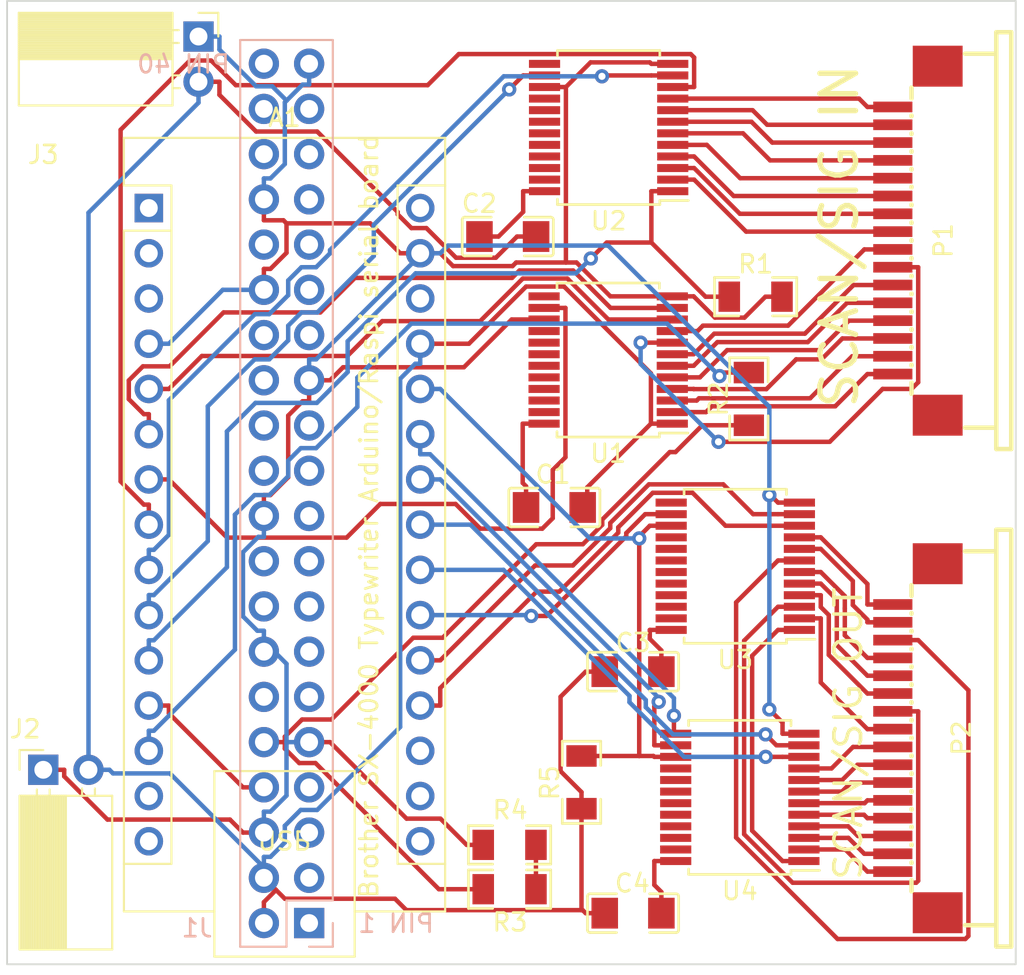
<source format=kicad_pcb>
(kicad_pcb (version 20211014) (generator pcbnew)
  (layers (0 "F.Cu" signal) (31 "B.Cu" signal) (34 "B.Paste" user) (35 "F.Paste" user) (36 "B.SilkS" user "B.Silkscreen") (37 "F.SilkS" user "F.Silkscreen") (38 "B.Mask" user) (39 "F.Mask" user) (44 "Edge.Cuts" user))
  (net 0 "")
  (net 4 "GND")
  (net 5 "Net-(A1-Pad5)")
  (net 6 "Net-(A1-Pad6)")
  (net 7 "Net-(A1-Pad7)")
  (net 8 "Net-(A1-Pad8)")
  (net 9 "Net-(A1-Pad9)")
  (net 10 "Net-(A1-Pad10)")
  (net 11 "KeySignal")
  (net 12 "Net-(A1-Pad12)")
  (net 13 "Net-(A1-Pad13)")
  (net 19 "Net-(A1-Pad19)")
  (net 20 "Net-(A1-Pad20)")
  (net 21 "Net-(A1-Pad21)")
  (net 22 "Net-(A1-Pad22)")
  (net 23 "Net-(A1-Pad23)")
  (net 24 "Net-(A1-Pad24)")
  (net 25 "Net-(A1-Pad25)")
  (net 26 "WriterEnable")
  (net 27 "+5V")
  (net 30 "Net-(C1-Pad1)")
  (net 31 "Net-(C2-Pad1)")
  (net 32 "Net-(C3-Pad2)")
  (net 33 "Net-(C4-Pad2)")
  (net 43 "Net-(J1-Pad10)")
  (net 44 "Net-(U2-Pad9)")
  (net 45 "Net-(U2-Pad8)")
  (net 46 "Net-(U2-Pad7)")
  (net 47 "Net-(U2-Pad6)")
  (net 48 "Net-(U2-Pad5)")
  (net 49 "Net-(U2-Pad4)")
  (net 50 "Net-(U2-Pad3)")
  (net 51 "Net-(U2-Pad2)")
  (net 52 "Net-(U1-Pad9)")
  (net 53 "Net-(U1-Pad8)")
  (net 54 "Net-(U1-Pad7)")
  (net 55 "Net-(U1-Pad6)")
  (net 56 "Net-(U1-Pad5)")
  (net 57 "Net-(U1-Pad4)")
  (net 58 "Net-(U1-Pad3)")
  (net 59 "Net-(U1-Pad2)")
  (net 60 "Net-(P2-Pad1)")
  (net 61 "Net-(P2-Pad2)")
  (net 62 "Net-(P2-Pad3)")
  (net 63 "Net-(P2-Pad4)")
  (net 64 "Net-(P2-Pad5)")
  (net 65 "Net-(P2-Pad6)")
  (net 66 "Net-(P2-Pad7)")
  (net 67 "Net-(P2-Pad8)")
  (net 68 "Net-(P2-Pad9)")
  (net 69 "Net-(P2-Pad10)")
  (net 70 "Net-(P2-Pad11)")
  (net 71 "Net-(P2-Pad12)")
  (net 72 "Net-(P2-Pad13)")
  (net 73 "Net-(P2-Pad14)")
  (net 74 "Net-(P2-Pad15)")
  (net 75 "Net-(P2-Pad16)")
  (net 79 "Net-(R3-Pad2)")
  (net 98 "Net-(U3-Pad1)")
  (footprint "easyeda2kicad:R1206" (layer "F.Cu") (at 120.9294 104.4956)
    (fp_text reference "R3")
    (fp_text value "330")
  )
  (footprint "Package_SO:SSOP-24_5.3x8.2mm_P0.65mm" (layer "F.Cu") (at 133.604 86.36 180)
    (fp_text reference "U3")
    (fp_text value "CD74HC4067SM")
  )
  (footprint "easyeda2kicad:C1206" (layer "F.Cu") (at 127.8636 92.2782)
    (fp_text reference "C3")
    (fp_text value "CL31A107MQHNNNE")
  )
  (footprint "easyeda2kicad:FPC-SMD_AFA07-S16ECC-00" (layer "F.Cu") (at 143.7105 68.077 90)
    (fp_text reference "P1")
    (fp_text value "FPCConnector16PIN1MMPickup")
  )
  (footprint "easyeda2kicad:FPC-SMD_AFA07-S16ECC-00" (layer "F.Cu") (at 143.7105 96.017 90)
    (fp_text reference "P2")
    (fp_text value "FPCConnector16PIN1MMPickup")
  )
  (footprint "Package_SO:SSOP-24_5.3x8.2mm_P0.65mm" (layer "F.Cu") (at 126.492 61.722 180)
    (fp_text reference "U2")
    (fp_text value "CD74HC4067SM")
  )
  (footprint "easyeda2kicad:C1206" (layer "F.Cu") (at 120.8278 67.8434)
    (fp_text reference "C2")
    (fp_text value "100uF")
  )
  (footprint "easyeda2kicad:C1206" (layer "F.Cu") (at 127.8636 105.8418)
    (fp_text reference "C4")
    (fp_text value "CL31A107MQHNNNE")
  )
  (footprint "Module:Arduino_Nano" (layer "F.Cu") (at 100.6702 66.2432)
    (fp_text reference "A1")
    (fp_text value "Arduino_Nano_Every")
  )
  (footprint "Package_SO:SSOP-24_5.3x8.2mm_P0.65mm" (layer "F.Cu") (at 133.858 99.3394 180)
    (fp_text reference "U4")
    (fp_text value "CD74HC4067SM")
  )
  (footprint "Package_SO:SSOP-24_5.3x8.2mm_P0.65mm" (layer "F.Cu") (at 126.4666 74.7776 180)
    (fp_text reference "U1")
    (fp_text value "CD74HC4067SM")
  )
  (footprint "easyeda2kicad:R1206" (layer "F.Cu") (at 124.968 98.4944 90)
    (fp_text reference "R5")
    (fp_text value "300")
  )
  (footprint "easyeda2kicad:R1206" (layer "F.Cu") (at 134.747 71.2216)
    (fp_text reference "R1")
    (fp_text value "300")
  )
  (footprint "easyeda2kicad:R1206" (layer "F.Cu") (at 120.9294 102.0064 180)
    (fp_text reference "R4")
    (fp_text value "330")
  )
  (footprint "Connector_PinSocket_2.54mm:PinSocket_1x02_P2.54mm_Horizontal" (layer "F.Cu") (at 94.742 97.79 90)
    (fp_text reference "J2")
    (fp_text value "Conn_01x02_Male")
  )
  (footprint "easyeda2kicad:C1206" (layer "F.Cu") (at 123.444 83.058)
    (fp_text reference "C1")
    (fp_text value "100uF")
  )
  (footprint "easyeda2kicad:R1206" (layer "F.Cu") (at 134.366 76.962 90)
    (fp_text reference "R2")
    (fp_text value "330")
  )
  (footprint "Connector_PinSocket_2.54mm:PinSocket_1x02_P2.54mm_Horizontal" (layer "F.Cu") (at 103.46 56.612)
    (fp_text reference "J3")
    (fp_text value "Conn_01x02_Male")
  )
  (footprint "Connector_PinSocket_2.54mm:PinSocket_2x20_P2.54mm_Vertical" (layer "B.Cu") (at 109.6718 106.396)
    (fp_text reference "J1")
    (fp_text value "raspi")
  )
  (gr_rect (start 92.71 108.712) (end 149.352 54.61) (layer "Edge.Cuts") (width 0.1) (fill none))
  (gr_text "PIN 1" (at 114.554 106.426) (layer "B.SilkS") (effects (font (size 1 1)) (justify mirror)))
  (gr_text "PIN 40" (at 102.616 58.166) (layer "B.SilkS") (effects (font (size 1 1)) (justify mirror)))
  (gr_text "Brother SX-4000 Typewriter Arduino/Raspi serial board" (at 113.03 83.566 90) (layer "F.SilkS") (effects (font (size 1 1))))
  (gr_text "SCAN/SIG IN\n" (at 139.446 67.818 90) (layer "F.SilkS") (effects (font (size 2 2) (thickness 0.3))))
  (gr_text "SCAN/SIG OUT" (at 139.954 95.758 90) (layer "F.SilkS") (effects (font (size 1.5 1.5) (thickness 0.2))))
  (segment (start 118.3631 75.1848) (end 121.0453 72.5026) (width 0.25) (layer "F.Cu") (net 4))
  (segment (start 98.3448 100.5848) (end 95.9173 98.1573) (width 0.25) (layer "F.Cu") (net 4))
  (segment (start 115.9102 68.7832) (end 114.7849 68.7832) (width 0.25) (layer "F.Cu") (net 4))
  (segment (start 132.4612 72.3969) (end 134.1214 72.3969) (width 0.25) (layer "F.Cu") (net 4))
  (segment (start 107.1318 101.316) (end 105.9565 101.316) (width 0.25) (layer "F.Cu") (net 4))
  (segment (start 107.1318 83.536) (end 107.1318 82.3607) (width 0.25) (layer "F.Cu") (net 4))
  (segment (start 136.227 71.2216) (end 135.2967 71.2216) (width 0.25) (layer "F.Cu") (net 4))
  (segment (start 115.1443 100.5332) (end 110.8471 96.236) (width 0.25) (layer "F.Cu") (net 4))
  (segment (start 94.742 97.79) (end 95.9173 97.79) (width 0.25) (layer "F.Cu") (net 4))
  (segment (start 107.4992 82.3607) (end 108.4965 81.3634) (width 0.25) (layer "F.Cu") (net 4))
  (segment (start 110.8471 75.916) (end 111.5783 75.1848) (width 0.25) (layer "F.Cu") (net 4))
  (segment (start 128.8079 58.0632) (end 128.8917 58.147) (width 0.25) (layer "F.Cu") (net 4))
  (segment (start 119.4494 102.0064) (end 118.5191 102.0064) (width 0.25) (layer "F.Cu") (net 4))
  (segment (start 137.458 95.7644) (end 136.2577 95.7644) (width 0.25) (layer "F.Cu") (net 4))
  (segment (start 136.0037 82.785) (end 135.5855 82.3668) (width 0.25) (layer "F.Cu") (net 4))
  (segment (start 131.2669 71.2026) (end 132.4612 72.3969) (width 0.25) (layer "F.Cu") (net 4))
  (segment (start 107.1318 70.836) (end 107.1318 69.6607) (width 0.25) (layer "F.Cu") (net 4))
  (segment (start 122.892 59.447) (end 124.0923 59.447) (width 0.25) (layer "F.Cu") (net 4))
  (segment (start 108.2305 66.9313) (end 108.4018 67.1026) (width 0.25) (layer "F.Cu") (net 4))
  (segment (start 109.6718 75.916) (end 110.8471 75.916) (width 0.25) (layer "F.Cu") (net 4))
  (segment (start 124.0923 69.3013) (end 124.0923 59.447) (width 0.25) (layer "F.Cu") (net 4))
  (segment (start 121.2971 69.3013) (end 121.0957 69.5027) (width 0.25) (layer "F.Cu") (net 4))
  (segment (start 109.6718 96.236) (end 110.8471 96.236) (width 0.25) (layer "F.Cu") (net 4))
  (segment (start 108.4018 67.1026) (end 113.1043 67.1026) (width 0.25) (layer "F.Cu") (net 4))
  (segment (start 121.0453 72.5026) (end 122.8666 72.5026) (width 0.25) (layer "F.Cu") (net 4))
  (segment (start 136.2577 95.7644) (end 136.2577 95.1408) (width 0.25) (layer "F.Cu") (net 4))
  (segment (start 117.0459 100.5332) (end 115.1443 100.5332) (width 0.25) (layer "F.Cu") (net 4))
  (segment (start 124.0923 59.447) (end 125.4761 58.0632) (width 0.25) (layer "F.Cu") (net 4))
  (segment (start 135.5855 82.3668) (end 135.5179 82.3668) (width 0.25) (layer "F.Cu") (net 4))
  (segment (start 118.5191 102.0064) (end 117.0459 100.5332) (width 0.25) (layer "F.Cu") (net 4))
  (segment (start 125.4761 58.0632) (end 128.8079 58.0632) (width 0.25) (layer "F.Cu") (net 4))
  (segment (start 134.1214 72.3969) (end 135.2967 71.2216) (width 0.25) (layer "F.Cu") (net 4))
  (segment (start 107.1318 66.9313) (end 108.2305 66.9313) (width 0.25) (layer "F.Cu") (net 4))
  (segment (start 105.9565 101.316) (end 105.2253 100.5848) (width 0.25) (layer "F.Cu") (net 4))
  (segment (start 111.5783 75.1848) (end 118.3631 75.1848) (width 0.25) (layer "F.Cu") (net 4))
  (segment (start 109.3044 77.0913) (end 109.6718 77.0913) (width 0.25) (layer "F.Cu") (net 4))
  (segment (start 121.0957 69.5027) (end 117.755 69.5027) (width 0.25) (layer "F.Cu") (net 4))
  (segment (start 136.2577 95.1408) (end 135.5179 94.401) (width 0.25) (layer "F.Cu") (net 4))
  (segment (start 107.4991 69.6607) (end 107.1318 69.6607) (width 0.25) (layer "F.Cu") (net 4))
  (segment (start 107.1318 65.756) (end 107.1318 66.9313) (width 0.25) (layer "F.Cu") (net 4))
  (segment (start 113.1043 67.1026) (end 114.7849 68.7832) (width 0.25) (layer "F.Cu") (net 4))
  (segment (start 130.0666 71.2026) (end 131.2669 71.2026) (width 0.25) (layer "F.Cu") (net 4))
  (segment (start 108.4965 81.3634) (end 108.4965 77.8992) (width 0.25) (layer "F.Cu") (net 4))
  (segment (start 137.204 82.785) (end 136.0037 82.785) (width 0.25) (layer "F.Cu") (net 4))
  (segment (start 95.9173 98.1573) (end 95.9173 97.79) (width 0.25) (layer "F.Cu") (net 4))
  (segment (start 126.5903 71.2026) (end 124.689 69.3013) (width 0.25) (layer "F.Cu") (net 4))
  (segment (start 105.2253 100.5848) (end 98.3448 100.5848) (width 0.25) (layer "F.Cu") (net 4))
  (segment (start 130.092 58.147) (end 128.8917 58.147) (width 0.25) (layer "F.Cu") (net 4))
  (segment (start 124.689 69.3013) (end 124.0923 69.3013) (width 0.25) (layer "F.Cu") (net 4))
  (segment (start 115.9102 68.7832) (end 117.0355 68.7832) (width 0.25) (layer "F.Cu") (net 4))
  (segment (start 130.0666 71.2026) (end 126.5903 71.2026) (width 0.25) (layer "F.Cu") (net 4))
  (segment (start 117.755 69.5027) (end 117.0355 68.7832) (width 0.25) (layer "F.Cu") (net 4))
  (segment (start 108.4018 68.758) (end 107.4991 69.6607) (width 0.25) (layer "F.Cu") (net 4))
  (segment (start 124.0923 69.3013) (end 121.2971 69.3013) (width 0.25) (layer "F.Cu") (net 4))
  (segment (start 107.1318 82.3607) (end 107.4992 82.3607) (width 0.25) (layer "F.Cu") (net 4))
  (segment (start 108.4018 67.1026) (end 108.4018 68.758) (width 0.25) (layer "F.Cu") (net 4))
  (segment (start 108.4965 77.8992) (end 109.3044 77.0913) (width 0.25) (layer "F.Cu") (net 4))
  (segment (start 109.6718 75.916) (end 109.6718 77.0913) (width 0.25) (layer "F.Cu") (net 4))
  (via (at 135.5179 82.3668) (size 0.8) (drill 0.4) (layers "F.Cu" "B.Cu") (net 4))
  (via (at 135.5179 94.401) (size 0.8) (drill 0.4) (layers "F.Cu" "B.Cu") (net 4))
  (segment (start 107.1318 91.156) (end 107.1318 90.5683) (width 0.25) (layer "B.Cu") (net 4))
  (segment (start 106.7644 89.9807) (end 107.1318 89.9807) (width 0.25) (layer "B.Cu") (net 4))
  (segment (start 126.4642 68.3505) (end 135.5179 77.4042) (width 0.25) (layer "B.Cu") (net 4))
  (segment (start 108.4059 60.2098) (end 108.3071 60.3086) (width 0.25) (layer "B.Cu") (net 4))
  (segment (start 108.4965 96.236) (end 108.4018 96.236) (width 0.25) (layer "B.Cu") (net 4))
  (segment (start 115.9102 68.8951) (end 110.0646 74.7407) (width 0.25) (layer "B.Cu") (net 4))
  (segment (start 107.1318 70.836) (end 104.8227 70.836) (width 0.25) (layer "B.Cu") (net 4))
  (segment (start 109.6718 59.3113) (end 109.3044 59.3113) (width 0.25) (layer "B.Cu") (net 4))
  (segment (start 107.1318 90.5683) (end 108.4018 91.8383) (width 0.25) (layer "B.Cu") (net 4))
  (segment (start 109.6718 96.236) (end 108.4965 96.236) (width 0.25) (layer "B.Cu") (net 4))
  (segment (start 107.4992 100.1407) (end 107.1318 100.1407) (width 0.25) (layer "B.Cu") (net 4))
  (segment (start 107.1318 84.7113) (end 106.8182 84.7113) (width 0.25) (layer "B.Cu") (net 4))
  (segment (start 117.0355 68.7832) (end 117.4682 68.3505) (width 0.25) (layer "B.Cu") (net 4))
  (segment (start 105.9565 89.1728) (end 106.7644 89.9807) (width 0.25) (layer "B.Cu") (net 4))
  (segment (start 108.3071 60.3086) (end 108.3071 63.7728) (width 0.25) (layer "B.Cu") (net 4))
  (segment (start 105.9565 85.573) (end 105.9565 89.1728) (width 0.25) (layer "B.Cu") (net 4))
  (segment (start 107.602 59.406) (end 106.6947 59.406) (width 0.25) (layer "B.Cu") (net 4))
  (segment (start 107.4992 64.5807) (end 107.1318 64.5807) (width 0.25) (layer "B.Cu") (net 4))
  (segment (start 110.0646 74.7407) (end 109.6718 74.7407) (width 0.25) (layer "B.Cu") (net 4))
  (segment (start 115.9102 68.7832) (end 115.9102 68.8951) (width 0.25) (layer "B.Cu") (net 4))
  (segment (start 106.8182 84.7113) (end 105.9565 85.573) (width 0.25) (layer "B.Cu") (net 4))
  (segment (start 103.46 56.612) (end 104.6353 56.612) (width 0.25) (layer "B.Cu") (net 4))
  (segment (start 106.6947 59.406) (end 104.6353 57.3466) (width 0.25) (layer "B.Cu") (net 4))
  (segment (start 100.6702 73.8632) (end 101.7955 73.8632) (width 0.25) (layer "B.Cu") (net 4))
  (segment (start 104.8227 70.836) (end 101.7955 73.8632) (width 0.25) (layer "B.Cu") (net 4))
  (segment (start 109.6718 75.916) (end 109.6718 74.7407) (width 0.25) (layer "B.Cu") (net 4))
  (segment (start 108.4018 91.8383) (end 108.4018 96.236) (width 0.25) (layer "B.Cu") (net 4))
  (segment (start 104.6353 57.3466) (end 104.6353 56.612) (width 0.25) (layer "B.Cu") (net 4))
  (segment (start 115.9102 68.7832) (end 117.0355 68.7832) (width 0.25) (layer "B.Cu") (net 4))
  (segment (start 109.3044 59.3113) (end 108.4059 60.2098) (width 0.25) (layer "B.Cu") (net 4))
  (segment (start 107.1318 101.316) (end 107.1318 100.1407) (width 0.25) (layer "B.Cu") (net 4))
  (segment (start 135.5179 77.4042) (end 135.5179 82.3668) (width 0.25) (layer "B.Cu") (net 4))
  (segment (start 108.3071 63.7728) (end 107.4992 64.5807) (width 0.25) (layer "B.Cu") (net 4))
  (segment (start 107.1318 90.5683) (end 107.1318 89.9807) (width 0.25) (layer "B.Cu") (net 4))
  (segment (start 135.5179 82.3668) (end 135.5179 94.401) (width 0.25) (layer "B.Cu") (net 4))
  (segment (start 109.6718 58.136) (end 109.6718 59.3113) (width 0.25) (layer "B.Cu") (net 4))
  (segment (start 107.1318 83.536) (end 107.1318 84.7113) (width 0.25) (layer "B.Cu") (net 4))
  (segment (start 117.4682 68.3505) (end 126.4642 68.3505) (width 0.25) (layer "B.Cu") (net 4))
  (segment (start 108.4018 96.236) (end 108.4018 99.2381) (width 0.25) (layer "B.Cu") (net 4))
  (segment (start 107.1318 65.756) (end 107.1318 64.5807) (width 0.25) (layer "B.Cu") (net 4))
  (segment (start 108.4018 99.2381) (end 107.4992 100.1407) (width 0.25) (layer "B.Cu") (net 4))
  (segment (start 108.4059 60.2098) (end 107.602 59.406) (width 0.25) (layer "B.Cu") (net 4))
  (segment (start 119.279 72.5932) (end 113.7769 72.5932) (width 0.25) (layer "F.Cu") (net 5))
  (segment (start 121.6702 70.202) (end 119.279 72.5932) (width 0.25) (layer "F.Cu") (net 5))
  (segment (start 100.6702 76.4032) (end 101.7955 76.4032) (width 0.25) (layer "F.Cu") (net 5))
  (segment (start 111.8187 74.5514) (end 103.6473 74.5514) (width 0.25) (layer "F.Cu") (net 5))
  (segment (start 124.1761 70.202) (end 121.6702 70.202) (width 0.25) (layer "F.Cu") (net 5))
  (segment (start 113.7769 72.5932) (end 111.8187 74.5514) (width 0.25) (layer "F.Cu") (net 5))
  (segment (start 126.4767 72.5026) (end 124.1761 70.202) (width 0.25) (layer "F.Cu") (net 5))
  (segment (start 130.0666 72.5026) (end 126.4767 72.5026) (width 0.25) (layer "F.Cu") (net 5))
  (segment (start 103.6473 74.5514) (end 101.7955 76.4032) (width 0.25) (layer "F.Cu") (net 5))
  (segment (start 100.3888 77.8179) (end 99.5449 76.974) (width 0.25) (layer "F.Cu") (net 6))
  (segment (start 99.5449 75.9252) (end 100.3369 75.1332) (width 0.25) (layer "F.Cu") (net 6))
  (segment (start 100.6702 77.8179) (end 100.3888 77.8179) (width 0.25) (layer "F.Cu") (net 6))
  (segment (start 101.8372 75.1332) (end 104.8644 72.106) (width 0.25) (layer "F.Cu") (net 6))
  (segment (start 124.5025 69.7517) (end 126.6034 71.8526) (width 0.25) (layer "F.Cu") (net 6))
  (segment (start 121.4836 69.7517) (end 124.5025 69.7517) (width 0.25) (layer "F.Cu") (net 6))
  (segment (start 126.6034 71.8526) (end 130.0666 71.8526) (width 0.25) (layer "F.Cu") (net 6))
  (segment (start 112.2423 70.1657) (end 121.0696 70.1657) (width 0.25) (layer "F.Cu") (net 6))
  (segment (start 100.3369 75.1332) (end 101.8372 75.1332) (width 0.25) (layer "F.Cu") (net 6))
  (segment (start 99.5449 76.974) (end 99.5449 75.9252) (width 0.25) (layer "F.Cu") (net 6))
  (segment (start 121.0696 70.1657) (end 121.4836 69.7517) (width 0.25) (layer "F.Cu") (net 6))
  (segment (start 104.8644 72.106) (end 110.302 72.106) (width 0.25) (layer "F.Cu") (net 6))
  (segment (start 100.6702 78.9432) (end 100.6702 77.8179) (width 0.25) (layer "F.Cu") (net 6))
  (segment (start 110.302 72.106) (end 112.2423 70.1657) (width 0.25) (layer "F.Cu") (net 6))
  (segment (start 119.2841 84.2484) (end 117.8974 82.8617) (width 0.25) (layer "F.Cu") (net 7))
  (segment (start 117.8974 82.8617) (end 113.6684 82.8617) (width 0.25) (layer "F.Cu") (net 7))
  (segment (start 100.6702 81.4832) (end 101.7955 81.4832) (width 0.25) (layer "F.Cu") (net 7))
  (segment (start 123.3526 83.6625) (end 122.7667 84.2484) (width 0.25) (layer "F.Cu") (net 7))
  (segment (start 113.6684 82.8617) (end 111.779 84.7511) (width 0.25) (layer "F.Cu") (net 7))
  (segment (start 122.8666 71.8526) (end 124.0669 71.8526) (width 0.25) (layer "F.Cu") (net 7))
  (segment (start 124.0669 71.8526) (end 124.0669 80.2386) (width 0.25) (layer "F.Cu") (net 7))
  (segment (start 122.7667 84.2484) (end 119.2841 84.2484) (width 0.25) (layer "F.Cu") (net 7))
  (segment (start 123.3526 80.9529) (end 123.3526 83.6625) (width 0.25) (layer "F.Cu") (net 7))
  (segment (start 111.779 84.7511) (end 105.0634 84.7511) (width 0.25) (layer "F.Cu") (net 7))
  (segment (start 105.0634 84.7511) (end 101.7955 81.4832) (width 0.25) (layer "F.Cu") (net 7))
  (segment (start 124.0669 80.2386) (end 123.3526 80.9529) (width 0.25) (layer "F.Cu") (net 7))
  (segment (start 100.6702 84.0232) (end 100.6702 82.8979) (width 0.25) (layer "F.Cu") (net 8))
  (segment (start 131.2923 57.7872) (end 131.2923 59.447) (width 0.25) (layer "F.Cu") (net 8))
  (segment (start 100.3889 82.8979) (end 99.0852 81.5942) (width 0.25) (layer "F.Cu") (net 8))
  (segment (start 118.0768 57.5966) (end 131.1017 57.5966) (width 0.25) (layer "F.Cu") (net 8))
  (segment (start 99.0852 61.851) (end 102.9774 57.9588) (width 0.25) (layer "F.Cu") (net 8))
  (segment (start 100.6702 82.8979) (end 100.3889 82.8979) (width 0.25) (layer "F.Cu") (net 8))
  (segment (start 104.1687 57.9588) (end 105.5533 59.3434) (width 0.25) (layer "F.Cu") (net 8))
  (segment (start 99.0852 81.5942) (end 99.0852 61.851) (width 0.25) (layer "F.Cu") (net 8))
  (segment (start 131.1017 57.5966) (end 131.2923 57.7872) (width 0.25) (layer "F.Cu") (net 8))
  (segment (start 105.5533 59.3434) (end 116.33 59.3434) (width 0.25) (layer "F.Cu") (net 8))
  (segment (start 102.9774 57.9588) (end 104.1687 57.9588) (width 0.25) (layer "F.Cu") (net 8))
  (segment (start 130.092 59.447) (end 131.2923 59.447) (width 0.25) (layer "F.Cu") (net 8))
  (segment (start 116.33 59.3434) (end 118.0768 57.5966) (width 0.25) (layer "F.Cu") (net 8))
  (segment (start 130.092 58.797) (end 128.8917 58.797) (width 0.25) (layer "F.Cu") (net 9))
  (segment (start 126.1651 58.797) (end 126.116 58.8461) (width 0.25) (layer "F.Cu") (net 9))
  (segment (start 128.8917 58.797) (end 126.1651 58.797) (width 0.25) (layer "F.Cu") (net 9))
  (via (at 126.116 58.8461) (size 0.8) (drill 0.4) (layers "F.Cu" "B.Cu") (net 9))
  (segment (start 108.4964 70.3104) (end 109.2408 69.566) (width 0.25) (layer "B.Cu") (net 9))
  (segment (start 120.6011 58.8461) (end 126.116 58.8461) (width 0.25) (layer "B.Cu") (net 9))
  (segment (start 101.7955 84.594) (end 101.7955 77.036) (width 0.25) (layer "B.Cu") (net 9))
  (segment (start 110.0651 69.566) (end 110.8472 68.7839) (width 0.25) (layer "B.Cu") (net 9))
  (segment (start 106.6308 72.2007) (end 107.4313 72.2007) (width 0.25) (layer "B.Cu") (net 9))
  (segment (start 110.8472 68.7839) (end 110.8472 68.6) (width 0.25) (layer "B.Cu") (net 9))
  (segment (start 110.8472 68.6) (end 120.6011 58.8461) (width 0.25) (layer "B.Cu") (net 9))
  (segment (start 100.9516 85.4379) (end 101.7955 84.594) (width 0.25) (layer "B.Cu") (net 9))
  (segment (start 100.6702 85.4379) (end 100.9516 85.4379) (width 0.25) (layer "B.Cu") (net 9))
  (segment (start 108.4964 71.1356) (end 108.4964 70.3104) (width 0.25) (layer "B.Cu") (net 9))
  (segment (start 100.6702 86.5632) (end 100.6702 85.4379) (width 0.25) (layer "B.Cu") (net 9))
  (segment (start 109.2408 69.566) (end 110.0651 69.566) (width 0.25) (layer "B.Cu") (net 9))
  (segment (start 107.4313 72.2007) (end 108.4964 71.1356) (width 0.25) (layer "B.Cu") (net 9))
  (segment (start 101.7955 77.036) (end 106.6308 72.2007) (width 0.25) (layer "B.Cu") (net 9))
  (segment (start 120.9072 59.5815) (end 121.6917 58.797) (width 0.25) (layer "F.Cu") (net 10))
  (segment (start 122.892 58.797) (end 121.6917 58.797) (width 0.25) (layer "F.Cu") (net 10))
  (via (at 120.9072 59.5815) (size 0.8) (drill 0.4) (layers "F.Cu" "B.Cu") (net 10))
  (segment (start 100.6702 89.1032) (end 100.6702 87.9779) (width 0.25) (layer "B.Cu") (net 10))
  (segment (start 113.3043 68.9355) (end 110.1338 72.106) (width 0.25) (layer "B.Cu") (net 10))
  (segment (start 100.9515 87.9779) (end 100.6702 87.9779) (width 0.25) (layer "B.Cu") (net 10))
  (segment (start 120.9072 59.5815) (end 113.3043 67.1844) (width 0.25) (layer "B.Cu") (net 10))
  (segment (start 103.9818 84.9476) (end 100.9515 87.9779) (width 0.25) (layer "B.Cu") (net 10))
  (segment (start 113.3043 67.1844) (end 113.3043 68.9355) (width 0.25) (layer "B.Cu") (net 10))
  (segment (start 108.4964 72.8504) (end 108.4964 73.6756) (width 0.25) (layer "B.Cu") (net 10))
  (segment (start 110.1338 72.106) (end 109.2408 72.106) (width 0.25) (layer "B.Cu") (net 10))
  (segment (start 108.4964 73.6756) (end 107.4313 74.7407) (width 0.25) (layer "B.Cu") (net 10))
  (segment (start 103.9818 77.3738) (end 103.9818 84.9476) (width 0.25) (layer "B.Cu") (net 10))
  (segment (start 109.2408 72.106) (end 108.4964 72.8504) (width 0.25) (layer "B.Cu") (net 10))
  (segment (start 107.4313 74.7407) (end 106.6149 74.7407) (width 0.25) (layer "B.Cu") (net 10))
  (segment (start 106.6149 74.7407) (end 103.9818 77.3738) (width 0.25) (layer "B.Cu") (net 10))
  (segment (start 131.9326 71.2216) (end 128.8917 68.1807) (width 0.25) (layer "F.Cu") (net 11))
  (segment (start 133.267 71.2216) (end 131.9326 71.2216) (width 0.25) (layer "F.Cu") (net 11))
  (segment (start 130.092 65.297) (end 128.8917 65.297) (width 0.25) (layer "F.Cu") (net 11))
  (segment (start 128.8917 68.1807) (end 126.3845 68.1807) (width 0.25) (layer "F.Cu") (net 11))
  (segment (start 128.8917 68.1807) (end 128.8917 65.297) (width 0.25) (layer "F.Cu") (net 11))
  (segment (start 126.3845 68.1807) (end 125.4894 69.0758) (width 0.25) (layer "F.Cu") (net 11))
  (via (at 125.4894 69.0758) (size 0.8) (drill 0.4) (layers "F.Cu" "B.Cu") (net 11))
  (segment (start 106.6579 77.186) (end 110.1048 77.186) (width 0.25) (layer "B.Cu") (net 11))
  (segment (start 111.8351 73.7253) (end 115.6518 69.9086) (width 0.25) (layer "B.Cu") (net 11))
  (segment (start 105.0557 78.7882) (end 106.6579 77.186) (width 0.25) (layer "B.Cu") (net 11))
  (segment (start 100.6702 91.6432) (end 100.6702 90.5179) (width 0.25) (layer "B.Cu") (net 11))
  (segment (start 110.1048 77.186) (end 111.8351 75.4557) (width 0.25) (layer "B.Cu") (net 11))
  (segment (start 115.6518 69.9086) (end 124.6566 69.9086) (width 0.25) (layer "B.Cu") (net 11))
  (segment (start 111.8351 75.4557) (end 111.8351 73.7253) (width 0.25) (layer "B.Cu") (net 11))
  (segment (start 124.6566 69.9086) (end 125.4894 69.0758) (width 0.25) (layer "B.Cu") (net 11))
  (segment (start 100.9515 90.5179) (end 105.0557 86.4137) (width 0.25) (layer "B.Cu") (net 11))
  (segment (start 100.6702 90.5179) (end 100.9515 90.5179) (width 0.25) (layer "B.Cu") (net 11))
  (segment (start 105.0557 86.4137) (end 105.0557 78.7882) (width 0.25) (layer "B.Cu") (net 11))
  (segment (start 107.1318 98.776) (end 105.9565 98.776) (width 0.25) (layer "F.Cu") (net 12))
  (segment (start 100.6702 94.1832) (end 101.7955 94.1832) (width 0.25) (layer "F.Cu") (net 12))
  (segment (start 105.9565 98.776) (end 101.7955 94.615) (width 0.25) (layer "F.Cu") (net 12))
  (segment (start 101.7955 94.615) (end 101.7955 94.1832) (width 0.25) (layer "F.Cu") (net 12))
  (segment (start 134.366 75.482) (end 132.9132 75.482) (width 0.25) (layer "F.Cu") (net 13))
  (segment (start 132.9132 75.482) (end 132.7178 75.6774) (width 0.25) (layer "F.Cu") (net 13))
  (via (at 132.7178 75.6774) (size 0.8) (drill 0.4) (layers "F.Cu" "B.Cu") (net 13))
  (segment (start 108.4965 81.3056) (end 107.4415 82.3606) (width 0.25) (layer "B.Cu") (net 13))
  (segment (start 129.7739 72.7335) (end 115.4116 72.7335) (width 0.25) (layer "B.Cu") (net 13))
  (segment (start 107.4415 82.3606) (end 106.6061 82.3606) (width 0.25) (layer "B.Cu") (net 13))
  (segment (start 108.4965 80.4328) (end 108.4965 81.3056) (width 0.25) (layer "B.Cu") (net 13))
  (segment (start 109.2033 79.726) (end 108.4965 80.4328) (width 0.25) (layer "B.Cu") (net 13))
  (segment (start 115.4116 72.7335) (end 112.3801 75.765) (width 0.25) (layer "B.Cu") (net 13))
  (segment (start 106.6061 82.3606) (end 105.5061 83.4606) (width 0.25) (layer "B.Cu") (net 13))
  (segment (start 112.3801 77.4119) (end 110.066 79.726) (width 0.25) (layer "B.Cu") (net 13))
  (segment (start 100.6702 96.7232) (end 100.6702 95.5979) (width 0.25) (layer "B.Cu") (net 13))
  (segment (start 105.5061 83.4606) (end 105.5061 91.0433) (width 0.25) (layer "B.Cu") (net 13))
  (segment (start 105.5061 91.0433) (end 100.9515 95.5979) (width 0.25) (layer "B.Cu") (net 13))
  (segment (start 112.3801 75.765) (end 112.3801 77.4119) (width 0.25) (layer "B.Cu") (net 13))
  (segment (start 100.9515 95.5979) (end 100.6702 95.5979) (width 0.25) (layer "B.Cu") (net 13))
  (segment (start 110.066 79.726) (end 109.2033 79.726) (width 0.25) (layer "B.Cu") (net 13))
  (segment (start 132.7178 75.6774) (end 129.7739 72.7335) (width 0.25) (layer "B.Cu") (net 13))
  (segment (start 128.9699 82.2346) (end 131.2044 82.2346) (width 0.25) (layer "F.Cu") (net 19))
  (segment (start 133.0548 84.085) (end 137.204 84.085) (width 0.25) (layer "F.Cu") (net 19))
  (segment (start 131.2044 82.2346) (end 133.0548 84.085) (width 0.25) (layer "F.Cu") (net 19))
  (segment (start 127.0332 84.4708) (end 127.0332 84.1713) (width 0.25) (layer "F.Cu") (net 19))
  (segment (start 117.0355 93.1986) (end 122.4491 87.785) (width 0.25) (layer "F.Cu") (net 19))
  (segment (start 122.4491 87.785) (end 123.719 87.785) (width 0.25) (layer "F.Cu") (net 19))
  (segment (start 117.0355 94.1832) (end 117.0355 93.1986) (width 0.25) (layer "F.Cu") (net 19))
  (segment (start 115.9102 94.1832) (end 117.0355 94.1832) (width 0.25) (layer "F.Cu") (net 19))
  (segment (start 127.0332 84.1713) (end 128.9699 82.2346) (width 0.25) (layer "F.Cu") (net 19))
  (segment (start 123.719 87.785) (end 127.0332 84.4708) (width 0.25) (layer "F.Cu") (net 19))
  (segment (start 122.3626 86.3161) (end 117.0355 91.6432) (width 0.25) (layer "F.Cu") (net 20))
  (segment (start 126.5828 83.9295) (end 126.5828 84.2199) (width 0.25) (layer "F.Cu") (net 20))
  (segment (start 136.0037 83.435) (end 134.6055 83.435) (width 0.25) (layer "F.Cu") (net 20))
  (segment (start 132.9309 81.7604) (end 128.7519 81.7604) (width 0.25) (layer "F.Cu") (net 20))
  (segment (start 134.6055 83.435) (end 132.9309 81.7604) (width 0.25) (layer "F.Cu") (net 20))
  (segment (start 137.204 83.435) (end 136.0037 83.435) (width 0.25) (layer "F.Cu") (net 20))
  (segment (start 115.9102 91.6432) (end 117.0355 91.6432) (width 0.25) (layer "F.Cu") (net 20))
  (segment (start 124.4866 86.3161) (end 122.3626 86.3161) (width 0.25) (layer "F.Cu") (net 20))
  (segment (start 126.5828 84.2199) (end 124.4866 86.3161) (width 0.25) (layer "F.Cu") (net 20))
  (segment (start 128.7519 81.7604) (end 126.5828 83.9295) (width 0.25) (layer "F.Cu") (net 20))
  (segment (start 123.0054 89.1506) (end 127.4835 84.6725) (width 0.25) (layer "F.Cu") (net 21))
  (segment (start 127.4835 84.4965) (end 128.545 83.435) (width 0.25) (layer "F.Cu") (net 21))
  (segment (start 128.545 83.435) (end 130.004 83.435) (width 0.25) (layer "F.Cu") (net 21))
  (segment (start 127.4835 84.6725) (end 127.4835 84.4965) (width 0.25) (layer "F.Cu") (net 21))
  (segment (start 122.1439 89.1506) (end 123.0054 89.1506) (width 0.25) (layer "F.Cu") (net 21))
  (via (at 122.1439 89.1506) (size 0.8) (drill 0.4) (layers "F.Cu" "B.Cu") (net 21))
  (segment (start 122.0965 89.1032) (end 122.1439 89.1506) (width 0.25) (layer "B.Cu") (net 21))
  (segment (start 115.9102 89.1032) (end 122.0965 89.1032) (width 0.25) (layer "B.Cu") (net 21))
  (segment (start 136.2577 97.0644) (end 135.3098 97.0644) (width 0.25) (layer "F.Cu") (net 22))
  (segment (start 137.458 97.0644) (end 136.2577 97.0644) (width 0.25) (layer "F.Cu") (net 22))
  (via (at 135.3098 97.0644) (size 0.8) (drill 0.4) (layers "F.Cu" "B.Cu") (net 22))
  (segment (start 127.6625 93.6376) (end 127.6625 93.9959) (width 0.25) (layer "B.Cu") (net 22))
  (segment (start 120.5881 86.5632) (end 127.6625 93.6376) (width 0.25) (layer "B.Cu") (net 22))
  (segment (start 130.731 97.0644) (end 135.3098 97.0644) (width 0.25) (layer "B.Cu") (net 22))
  (segment (start 115.9102 86.5632) (end 120.5881 86.5632) (width 0.25) (layer "B.Cu") (net 22))
  (segment (start 127.6625 93.9959) (end 130.731 97.0644) (width 0.25) (layer "B.Cu") (net 22))
  (segment (start 137.458 96.4144) (end 135.9147 96.4144) (width 0.25) (layer "F.Cu") (net 23))
  (segment (start 135.9147 96.4144) (end 135.3027 95.8024) (width 0.25) (layer "F.Cu") (net 23))
  (via (at 135.3027 95.8024) (size 0.8) (drill 0.4) (layers "F.Cu" "B.Cu") (net 23))
  (segment (start 130.1059 95.8024) (end 135.3027 95.8024) (width 0.25) (layer "B.Cu") (net 23))
  (segment (start 118.7321 84.0232) (end 128.5785 93.8696) (width 0.25) (layer "B.Cu") (net 23))
  (segment (start 128.5785 93.8696) (end 128.5785 94.275) (width 0.25) (layer "B.Cu") (net 23))
  (segment (start 128.5785 94.275) (end 130.1059 95.8024) (width 0.25) (layer "B.Cu") (net 23))
  (segment (start 115.9102 84.0232) (end 118.7321 84.0232) (width 0.25) (layer "B.Cu") (net 23))
  (segment (start 130.258 96.4144) (end 129.0577 96.4144) (width 0.25) (layer "F.Cu") (net 24))
  (segment (start 129.0577 94.2207) (end 129.3038 93.9746) (width 0.25) (layer "F.Cu") (net 24))
  (segment (start 129.0577 96.4144) (end 129.0577 94.2207) (width 0.25) (layer "F.Cu") (net 24))
  (via (at 129.3038 93.9746) (size 0.8) (drill 0.4) (layers "F.Cu" "B.Cu") (net 24))
  (segment (start 129.3038 93.7515) (end 117.0355 81.4832) (width 0.25) (layer "B.Cu") (net 24))
  (segment (start 115.9102 81.4832) (end 117.0355 81.4832) (width 0.25) (layer "B.Cu") (net 24))
  (segment (start 129.3038 93.9746) (end 129.3038 93.7515) (width 0.25) (layer "B.Cu") (net 24))
  (segment (start 130.258 95.7644) (end 130.1587 95.6651) (width 0.25) (layer "F.Cu") (net 25))
  (segment (start 130.1587 95.6651) (end 130.1587 94.7471) (width 0.25) (layer "F.Cu") (net 25))
  (via (at 130.1587 94.7471) (size 0.8) (drill 0.4) (layers "F.Cu" "B.Cu") (net 25))
  (segment (start 130.1587 93.7631) (end 116.4641 80.0685) (width 0.25) (layer "B.Cu") (net 25))
  (segment (start 130.1587 94.7471) (end 130.1587 93.7631) (width 0.25) (layer "B.Cu") (net 25))
  (segment (start 115.9102 78.9432) (end 115.9102 80.0685) (width 0.25) (layer "B.Cu") (net 25))
  (segment (start 116.4641 80.0685) (end 115.9102 80.0685) (width 0.25) (layer "B.Cu") (net 25))
  (segment (start 128.2089 84.6798) (end 128.8037 84.085) (width 0.25) (layer "F.Cu") (net 26))
  (segment (start 129.0077 97.0144) (end 129.0577 97.0644) (width 0.25) (layer "F.Cu") (net 26))
  (segment (start 130.004 84.085) (end 128.8037 84.085) (width 0.25) (layer "F.Cu") (net 26))
  (segment (start 130.258 97.0644) (end 129.0577 97.0644) (width 0.25) (layer "F.Cu") (net 26))
  (segment (start 128.2089 97.0144) (end 128.2089 84.797) (width 0.25) (layer "F.Cu") (net 26))
  (segment (start 128.2089 84.797) (end 128.2089 84.6798) (width 0.25) (layer "F.Cu") (net 26))
  (segment (start 128.2089 97.0144) (end 129.0077 97.0144) (width 0.25) (layer "F.Cu") (net 26))
  (segment (start 124.968 97.0144) (end 128.2089 97.0144) (width 0.25) (layer "F.Cu") (net 26))
  (via (at 128.2089 84.797) (size 0.8) (drill 0.4) (layers "F.Cu" "B.Cu") (net 26))
  (segment (start 115.9102 76.4032) (end 117.0355 76.4032) (width 0.25) (layer "B.Cu") (net 26))
  (segment (start 117.0355 76.4032) (end 125.4293 84.797) (width 0.25) (layer "B.Cu") (net 26))
  (segment (start 125.4293 84.797) (end 128.2089 84.797) (width 0.25) (layer "B.Cu") (net 26))
  (segment (start 108.3072 105.0313) (end 107.8142 104.5383) (width 0.25) (layer "F.Cu") (net 27))
  (segment (start 124.968 105.671) (end 115.1336 105.671) (width 0.25) (layer "F.Cu") (net 27))
  (segment (start 123.9894 70.6523) (end 121.8568 70.6523) (width 0.25) (layer "F.Cu") (net 27))
  (segment (start 115.1336 105.671) (end 114.4939 105.0313) (width 0.25) (layer "F.Cu") (net 27))
  (segment (start 128.8663 75.5292) (end 123.9894 70.6523) (width 0.25) (layer "F.Cu") (net 27))
  (segment (start 110.1246 61.946) (end 114.6449 66.4663) (width 0.25) (layer "F.Cu") (net 27))
  (segment (start 124.968 99.9744) (end 124.968 99.0441) (width 0.25) (layer "F.Cu") (net 27))
  (segment (start 123.7926 93.6889) (end 125.2033 92.2782) (width 0.25) (layer "F.Cu") (net 27))
  (segment (start 121.8568 70.6523) (end 118.6459 73.8632) (width 0.25) (layer "F.Cu") (net 27))
  (segment (start 125.2894 81.9295) (end 125.2894 83.058) (width 0.25) (layer "F.Cu") (net 27))
  (segment (start 106.6947 61.946) (end 110.1246 61.946) (width 0.25) (layer "F.Cu") (net 27))
  (segment (start 128.8663 78.3526) (end 128.8663 75.5292) (width 0.25) (layer "F.Cu") (net 27))
  (segment (start 115.4162 67.3686) (end 116.2578 67.3686) (width 0.25) (layer "F.Cu") (net 27))
  (segment (start 124.968 99.0441) (end 123.7926 97.8687) (width 0.25) (layer "F.Cu") (net 27))
  (segment (start 116.2578 67.3686) (end 117.923 69.0338) (width 0.25) (layer "F.Cu") (net 27))
  (segment (start 114.6449 66.4663) (end 114.6449 66.5973) (width 0.25) (layer "F.Cu") (net 27))
  (segment (start 103.46 59.152) (end 104.6353 59.152) (width 0.25) (layer "F.Cu") (net 27))
  (segment (start 125.2033 105.8418) (end 125.0325 105.671) (width 0.25) (layer "F.Cu") (net 27))
  (segment (start 126.2736 92.2782) (end 125.2033 92.2782) (width 0.25) (layer "F.Cu") (net 27))
  (segment (start 126.2736 105.8418) (end 125.2033 105.8418) (width 0.25) (layer "F.Cu") (net 27))
  (segment (start 114.4939 105.0313) (end 108.3072 105.0313) (width 0.25) (layer "F.Cu") (net 27))
  (segment (start 107.1318 103.856) (end 107.8142 104.5383) (width 0.25) (layer "F.Cu") (net 27))
  (segment (start 125.0325 105.671) (end 124.968 105.671) (width 0.25) (layer "F.Cu") (net 27))
  (segment (start 118.6459 73.8632) (end 115.9102 73.8632) (width 0.25) (layer "F.Cu") (net 27))
  (segment (start 104.6353 59.8866) (end 106.6947 61.946) (width 0.25) (layer "F.Cu") (net 27))
  (segment (start 120.1571 69.0338) (end 121.3475 67.8434) (width 0.25) (layer "F.Cu") (net 27))
  (segment (start 125.034 83.058) (end 125.2894 83.058) (width 0.25) (layer "F.Cu") (net 27))
  (segment (start 104.6353 59.152) (end 104.6353 59.8866) (width 0.25) (layer "F.Cu") (net 27))
  (segment (start 130.0666 78.3526) (end 128.8663 78.3526) (width 0.25) (layer "F.Cu") (net 27))
  (segment (start 107.8142 104.5383) (end 107.1318 105.2207) (width 0.25) (layer "F.Cu") (net 27))
  (segment (start 122.4178 67.8434) (end 121.3475 67.8434) (width 0.25) (layer "F.Cu") (net 27))
  (segment (start 124.968 105.671) (end 124.968 99.9744) (width 0.25) (layer "F.Cu") (net 27))
  (segment (start 114.6449 66.5973) (end 115.4162 67.3686) (width 0.25) (layer "F.Cu") (net 27))
  (segment (start 128.8663 78.3526) (end 125.2894 81.9295) (width 0.25) (layer "F.Cu") (net 27))
  (segment (start 107.1318 106.396) (end 107.1318 105.2207) (width 0.25) (layer "F.Cu") (net 27))
  (segment (start 123.7926 97.8687) (end 123.7926 93.6889) (width 0.25) (layer "F.Cu") (net 27))
  (segment (start 117.923 69.0338) (end 120.1571 69.0338) (width 0.25) (layer "F.Cu") (net 27))
  (segment (start 98.6605 97.9932) (end 98.4573 97.79) (width 0.25) (layer "B.Cu") (net 27))
  (segment (start 107.1318 103.2683) (end 107.1318 102.6807) (width 0.25) (layer "B.Cu") (net 27))
  (segment (start 101.8567 97.9932) (end 98.6605 97.9932) (width 0.25) (layer "B.Cu") (net 27))
  (segment (start 103.46 59.152) (end 103.46 60.3273) (width 0.25) (layer "B.Cu") (net 27))
  (segment (start 115.6288 74.9885) (end 115.9102 74.9885) (width 0.25) (layer "B.Cu") (net 27))
  (segment (start 97.282 97.79) (end 98.4573 97.79) (width 0.25) (layer "B.Cu") (net 27))
  (segment (start 108.3071 101.8728) (end 108.3071 100.9363) (width 0.25) (layer "B.Cu") (net 27))
  (segment (start 107.1318 103.2683) (end 101.8567 97.9932) (width 0.25) (layer "B.Cu") (net 27))
  (segment (start 107.1318 103.856) (end 107.1318 103.2683) (width 0.25) (layer "B.Cu") (net 27))
  (segment (start 107.4992 102.6807) (end 108.3071 101.8728) (width 0.25) (layer "B.Cu") (net 27))
  (segment (start 108.3071 100.9363) (end 109.1974 100.046) (width 0.25) (layer "B.Cu") (net 27))
  (segment (start 110.1255 100.046) (end 114.7849 95.3866) (width 0.25) (layer "B.Cu") (net 27))
  (segment (start 97.282 66.5053) (end 103.46 60.3273) (width 0.25) (layer "B.Cu") (net 27))
  (segment (start 107.1318 102.6807) (end 107.4992 102.6807) (width 0.25) (layer "B.Cu") (net 27))
  (segment (start 97.282 97.79) (end 97.282 66.5053) (width 0.25) (layer "B.Cu") (net 27))
  (segment (start 109.1974 100.046) (end 110.1255 100.046) (width 0.25) (layer "B.Cu") (net 27))
  (segment (start 115.9102 73.8632) (end 115.9102 74.9885) (width 0.25) (layer "B.Cu") (net 27))
  (segment (start 114.7849 95.3866) (end 114.7849 75.8324) (width 0.25) (layer "B.Cu") (net 27))
  (segment (start 114.7849 75.8324) (end 115.6288 74.9885) (width 0.25) (layer "B.Cu") (net 27))
  (segment (start 121.854 81.8677) (end 121.6663 81.68) (width 0.25) (layer "F.Cu") (net 30))
  (segment (start 122.8666 78.3526) (end 121.6663 78.3526) (width 0.25) (layer "F.Cu") (net 30))
  (segment (start 121.854 83.058) (end 121.854 81.8677) (width 0.25) (layer "F.Cu") (net 30))
  (segment (start 121.6663 81.68) (end 121.6663 78.3526) (width 0.25) (layer "F.Cu") (net 30))
  (segment (start 122.892 65.297) (end 121.6917 65.297) (width 0.25) (layer "F.Cu") (net 31))
  (segment (start 121.6917 66.4598) (end 121.6917 65.297) (width 0.25) (layer "F.Cu") (net 31))
  (segment (start 119.2378 67.8434) (end 120.3081 67.8434) (width 0.25) (layer "F.Cu") (net 31))
  (segment (start 120.3081 67.8434) (end 121.6917 66.4598) (width 0.25) (layer "F.Cu") (net 31))
  (segment (start 128.8037 90.438) (end 128.8037 89.935) (width 0.25) (layer "F.Cu") (net 32))
  (segment (start 129.4536 92.2782) (end 129.4536 91.0879) (width 0.25) (layer "F.Cu") (net 32))
  (segment (start 129.4536 91.0879) (end 128.8037 90.438) (width 0.25) (layer "F.Cu") (net 32))
  (segment (start 130.004 89.935) (end 128.8037 89.935) (width 0.25) (layer "F.Cu") (net 32))
  (segment (start 129.4536 105.8418) (end 129.4536 104.6515) (width 0.25) (layer "F.Cu") (net 33))
  (segment (start 129.0577 104.2556) (end 129.4536 104.6515) (width 0.25) (layer "F.Cu") (net 33))
  (segment (start 129.0577 102.9144) (end 129.0577 104.2556) (width 0.25) (layer "F.Cu") (net 33))
  (segment (start 130.258 102.9144) (end 129.0577 102.9144) (width 0.25) (layer "F.Cu") (net 33))
  (segment (start 110.0299 97.4113) (end 113.2813 100.6627) (width 0.25) (layer "F.Cu") (net 43))
  (segment (start 115.52 90.3732) (end 110.9272 94.966) (width 0.25) (layer "F.Cu") (net 43))
  (segment (start 113.2813 100.8203) (end 116.9566 104.4956) (width 0.25) (layer "F.Cu") (net 43))
  (segment (start 113.2813 100.6627) (end 113.2813 100.8203) (width 0.25) (layer "F.Cu") (net 43))
  (segment (start 122.4258 85.1229) (end 117.1755 90.3732) (width 0.25) (layer "F.Cu") (net 43))
  (segment (start 107.1318 96.236) (end 108.3071 96.236) (width 0.25) (layer "F.Cu") (net 43))
  (segment (start 131.752 78.442) (end 130.2468 79.9472) (width 0.25) (layer "F.Cu") (net 43))
  (segment (start 109.2731 94.966) (end 108.3071 95.932) (width 0.25) (layer "F.Cu") (net 43))
  (segment (start 126.1324 83.739) (end 126.1324 84.0334) (width 0.25) (layer "F.Cu") (net 43))
  (segment (start 110.9272 94.966) (end 109.2731 94.966) (width 0.25) (layer "F.Cu") (net 43))
  (segment (start 116.9566 104.4956) (end 119.4494 104.4956) (width 0.25) (layer "F.Cu") (net 43))
  (segment (start 108.3071 96.236) (end 108.3071 96.6034) (width 0.25) (layer "F.Cu") (net 43))
  (segment (start 108.3071 96.6034) (end 109.115 97.4113) (width 0.25) (layer "F.Cu") (net 43))
  (segment (start 109.115 97.4113) (end 110.0299 97.4113) (width 0.25) (layer "F.Cu") (net 43))
  (segment (start 125.0429 85.1229) (end 122.4258 85.1229) (width 0.25) (layer "F.Cu") (net 43))
  (segment (start 108.3071 95.932) (end 108.3071 96.236) (width 0.25) (layer "F.Cu") (net 43))
  (segment (start 134.366 78.442) (end 131.752 78.442) (width 0.25) (layer "F.Cu") (net 43))
  (segment (start 129.9242 79.9472) (end 126.1324 83.739) (width 0.25) (layer "F.Cu") (net 43))
  (segment (start 126.1324 84.0334) (end 125.0429 85.1229) (width 0.25) (layer "F.Cu") (net 43))
  (segment (start 130.2468 79.9472) (end 129.9242 79.9472) (width 0.25) (layer "F.Cu") (net 43))
  (segment (start 117.1755 90.3732) (end 115.52 90.3732) (width 0.25) (layer "F.Cu") (net 43))
  (segment (start 130.092 60.097) (end 140.5552 60.097) (width 0.25) (layer "F.Cu") (net 44))
  (segment (start 142.4505 60.567) (end 141.0252 60.567) (width 0.25) (layer "F.Cu") (net 44))
  (segment (start 140.5552 60.097) (end 141.0252 60.567) (width 0.25) (layer "F.Cu") (net 44))
  (segment (start 134.5751 60.747) (end 135.3951 61.567) (width 0.25) (layer "F.Cu") (net 45))
  (segment (start 130.092 60.747) (end 134.5751 60.747) (width 0.25) (layer "F.Cu") (net 45))
  (segment (start 135.3951 61.567) (end 142.4505 61.567) (width 0.25) (layer "F.Cu") (net 45))
  (segment (start 135.6814 62.567) (end 142.4505 62.567) (width 0.25) (layer "F.Cu") (net 46))
  (segment (start 130.092 61.397) (end 134.5114 61.397) (width 0.25) (layer "F.Cu") (net 46))
  (segment (start 134.5114 61.397) (end 135.6814 62.567) (width 0.25) (layer "F.Cu") (net 46))
  (segment (start 130.092 62.047) (end 134.0401 62.047) (width 0.25) (layer "F.Cu") (net 47))
  (segment (start 134.0401 62.047) (end 135.5601 63.567) (width 0.25) (layer "F.Cu") (net 47))
  (segment (start 135.5601 63.567) (end 142.4505 63.567) (width 0.25) (layer "F.Cu") (net 47))
  (segment (start 142.4505 64.567) (end 133.8773 64.567) (width 0.25) (layer "F.Cu") (net 48))
  (segment (start 133.8773 64.567) (end 132.0073 62.697) (width 0.25) (layer "F.Cu") (net 48))
  (segment (start 132.0073 62.697) (end 130.092 62.697) (width 0.25) (layer "F.Cu") (net 48))
  (segment (start 130.092 63.347) (end 131.2923 63.347) (width 0.25) (layer "F.Cu") (net 49))
  (segment (start 133.5123 65.567) (end 131.2923 63.347) (width 0.25) (layer "F.Cu") (net 49))
  (segment (start 142.4505 65.567) (end 133.5123 65.567) (width 0.25) (layer "F.Cu") (net 49))
  (segment (start 133.8623 66.567) (end 142.4505 66.567) (width 0.25) (layer "F.Cu") (net 50))
  (segment (start 130.092 63.997) (end 131.2923 63.997) (width 0.25) (layer "F.Cu") (net 50))
  (segment (start 131.2923 63.997) (end 133.8623 66.567) (width 0.25) (layer "F.Cu") (net 50))
  (segment (start 131.2923 64.647) (end 134.2123 67.567) (width 0.25) (layer "F.Cu") (net 51))
  (segment (start 130.092 64.647) (end 131.2923 64.647) (width 0.25) (layer "F.Cu") (net 51))
  (segment (start 134.2123 67.567) (end 142.4505 67.567) (width 0.25) (layer "F.Cu") (net 51))
  (segment (start 131.7881 72.8472) (end 136.5702 72.8472) (width 0.25) (layer "F.Cu") (net 52))
  (segment (start 131.4827 73.1526) (end 131.7881 72.8472) (width 0.25) (layer "F.Cu") (net 52))
  (segment (start 136.5702 72.8472) (end 140.8504 68.567) (width 0.25) (layer "F.Cu") (net 52))
  (segment (start 130.0666 73.1526) (end 131.4827 73.1526) (width 0.25) (layer "F.Cu") (net 52))
  (segment (start 140.8504 68.567) (end 142.4505 68.567) (width 0.25) (layer "F.Cu") (net 52))
  (segment (start 143.5011 76.4016) (end 141.877 76.4016) (width 0.25) (layer "F.Cu") (net 53))
  (segment (start 143.8758 76.0269) (end 143.5011 76.4016) (width 0.25) (layer "F.Cu") (net 53))
  (segment (start 138.9063 79.3723) (end 132.6604 79.3723) (width 0.25) (layer "F.Cu") (net 53))
  (segment (start 141.877 76.4016) (end 138.9063 79.3723) (width 0.25) (layer "F.Cu") (net 53))
  (segment (start 130.0666 73.8026) (end 128.2875 73.8026) (width 0.25) (layer "F.Cu") (net 53))
  (segment (start 143.8758 69.567) (end 143.8758 76.0269) (width 0.25) (layer "F.Cu") (net 53))
  (segment (start 142.4505 69.567) (end 143.8758 69.567) (width 0.25) (layer "F.Cu") (net 53))
  (via (at 128.2875 73.8026) (size 0.8) (drill 0.4) (layers "F.Cu" "B.Cu") (net 53))
  (via (at 132.6604 79.3723) (size 0.8) (drill 0.4) (layers "F.Cu" "B.Cu") (net 53))
  (segment (start 128.2875 74.9994) (end 132.6604 79.3723) (width 0.25) (layer "B.Cu") (net 53))
  (segment (start 128.2875 73.8026) (end 128.2875 74.9994) (width 0.25) (layer "B.Cu") (net 53))
  (segment (start 132.422 73.2975) (end 137.514 73.2975) (width 0.25) (layer "F.Cu") (net 54))
  (segment (start 130.0666 74.4526) (end 131.2669 74.4526) (width 0.25) (layer "F.Cu") (net 54))
  (segment (start 137.514 73.2975) (end 140.2445 70.567) (width 0.25) (layer "F.Cu") (net 54))
  (segment (start 131.2669 74.4526) (end 132.422 73.2975) (width 0.25) (layer "F.Cu") (net 54))
  (segment (start 140.2445 70.567) (end 142.4505 70.567) (width 0.25) (layer "F.Cu") (net 54))
  (segment (start 139.8814 71.567) (end 142.4505 71.567) (width 0.25) (layer "F.Cu") (net 55))
  (segment (start 130.0666 75.1026) (end 131.2669 75.1026) (width 0.25) (layer "F.Cu") (net 55))
  (segment (start 137.6772 73.7712) (end 139.8814 71.567) (width 0.25) (layer "F.Cu") (net 55))
  (segment (start 132.5983 73.7712) (end 137.6772 73.7712) (width 0.25) (layer "F.Cu") (net 55))
  (segment (start 131.2669 75.1026) (end 132.5983 73.7712) (width 0.25) (layer "F.Cu") (net 55))
  (segment (start 133.1479 74.2216) (end 138.3265 74.2216) (width 0.25) (layer "F.Cu") (net 56))
  (segment (start 138.3265 74.2216) (end 139.9811 72.567) (width 0.25) (layer "F.Cu") (net 56))
  (segment (start 139.9811 72.567) (end 142.4505 72.567) (width 0.25) (layer "F.Cu") (net 56))
  (segment (start 130.0666 75.7526) (end 131.6169 75.7526) (width 0.25) (layer "F.Cu") (net 56))
  (segment (start 131.6169 75.7526) (end 133.1479 74.2216) (width 0.25) (layer "F.Cu") (net 56))
  (segment (start 130.0666 76.4026) (end 131.2669 76.4026) (width 0.25) (layer "F.Cu") (net 57))
  (segment (start 131.2669 76.4026) (end 131.2766 76.4123) (width 0.25) (layer "F.Cu") (net 57))
  (segment (start 135.3508 76.4123) (end 137.021 74.7421) (width 0.25) (layer "F.Cu") (net 57))
  (segment (start 131.2766 76.4123) (end 135.3508 76.4123) (width 0.25) (layer "F.Cu") (net 57))
  (segment (start 137.021 74.742) (end 138.4431 74.742) (width 0.25) (layer "F.Cu") (net 57))
  (segment (start 139.6181 73.567) (end 142.4505 73.567) (width 0.25) (layer "F.Cu") (net 57))
  (segment (start 137.021 74.7421) (end 137.021 74.742) (width 0.25) (layer "F.Cu") (net 57))
  (segment (start 138.4431 74.742) (end 139.6181 73.567) (width 0.25) (layer "F.Cu") (net 57))
  (segment (start 131.4394 77.0526) (end 131.5647 76.9273) (width 0.25) (layer "F.Cu") (net 58))
  (segment (start 131.5647 76.9273) (end 137.8077 76.9273) (width 0.25) (layer "F.Cu") (net 58))
  (segment (start 140.168 74.567) (end 142.4505 74.567) (width 0.25) (layer "F.Cu") (net 58))
  (segment (start 130.0666 77.0526) (end 131.4394 77.0526) (width 0.25) (layer "F.Cu") (net 58))
  (segment (start 137.8077 76.9273) (end 140.168 74.567) (width 0.25) (layer "F.Cu") (net 58))
  (segment (start 132.2873 77.3777) (end 131.9624 77.7026) (width 0.25) (layer "F.Cu") (net 59))
  (segment (start 131.9624 77.7026) (end 130.0666 77.7026) (width 0.25) (layer "F.Cu") (net 59))
  (segment (start 141.0252 75.567) (end 139.2145 77.3777) (width 0.25) (layer "F.Cu") (net 59))
  (segment (start 142.4505 75.567) (end 141.0252 75.567) (width 0.25) (layer "F.Cu") (net 59))
  (segment (start 139.2145 77.3777) (end 132.2873 77.3777) (width 0.25) (layer "F.Cu") (net 59))
  (segment (start 137.204 84.735) (end 138.4043 84.735) (width 0.25) (layer "F.Cu") (net 60))
  (segment (start 142.4505 88.507) (end 141.0252 88.507) (width 0.25) (layer "F.Cu") (net 60))
  (segment (start 141.0252 87.3559) (end 141.0252 88.507) (width 0.25) (layer "F.Cu") (net 60))
  (segment (start 138.4043 84.735) (end 141.0252 87.3559) (width 0.25) (layer "F.Cu") (net 60))
  (segment (start 142.4505 89.507) (end 141.0252 89.507) (width 0.25) (layer "F.Cu") (net 61))
  (segment (start 140.2055 88.5385) (end 140.2055 87.1862) (width 0.25) (layer "F.Cu") (net 61))
  (segment (start 141.0252 89.3582) (end 140.2055 88.5385) (width 0.25) (layer "F.Cu") (net 61))
  (segment (start 141.0252 89.507) (end 141.0252 89.3582) (width 0.25) (layer "F.Cu") (net 61))
  (segment (start 137.204 85.385) (end 138.4043 85.385) (width 0.25) (layer "F.Cu") (net 61))
  (segment (start 140.2055 87.1862) (end 138.4043 85.385) (width 0.25) (layer "F.Cu") (net 61))
  (segment (start 142.4505 90.507) (end 143.8758 90.507) (width 0.25) (layer "F.Cu") (net 62))
  (segment (start 139.3473 107.2923) (end 146.5256 107.2923) (width 0.25) (layer "F.Cu") (net 62))
  (segment (start 137.204 86.035) (end 136.0037 86.035) (width 0.25) (layer "F.Cu") (net 62))
  (segment (start 146.6959 93.3271) (end 143.8758 90.507) (width 0.25) (layer "F.Cu") (net 62))
  (segment (start 146.5256 107.2923) (end 146.6959 107.122) (width 0.25) (layer "F.Cu") (net 62))
  (segment (start 136.0037 86.035) (end 133.6504 88.3883) (width 0.25) (layer "F.Cu") (net 62))
  (segment (start 133.6504 101.5954) (end 139.3473 107.2923) (width 0.25) (layer "F.Cu") (net 62))
  (segment (start 133.6504 88.3883) (end 133.6504 101.5954) (width 0.25) (layer "F.Cu") (net 62))
  (segment (start 146.6959 107.122) (end 146.6959 93.3271) (width 0.25) (layer "F.Cu") (net 62))
  (segment (start 141.0252 91.507) (end 139.7553 90.2371) (width 0.25) (layer "F.Cu") (net 63))
  (segment (start 137.204 86.685) (end 138.4043 86.685) (width 0.25) (layer "F.Cu") (net 63))
  (segment (start 139.7552 88.0359) (end 138.4043 86.685) (width 0.25) (layer "F.Cu") (net 63))
  (segment (start 139.7552 88.7251) (end 139.7552 88.0359) (width 0.25) (layer "F.Cu") (net 63))
  (segment (start 139.7553 88.7252) (end 139.7552 88.7251) (width 0.25) (layer "F.Cu") (net 63))
  (segment (start 139.7553 90.2371) (end 139.7553 88.7252) (width 0.25) (layer "F.Cu") (net 63))
  (segment (start 142.4505 91.507) (end 141.0252 91.507) (width 0.25) (layer "F.Cu") (net 63))
  (segment (start 142.4505 92.507) (end 141.0252 92.507) (width 0.25) (layer "F.Cu") (net 64))
  (segment (start 141.0252 92.507) (end 139.305 90.7868) (width 0.25) (layer "F.Cu") (net 64))
  (segment (start 137.204 87.335) (end 138.4043 87.335) (width 0.25) (layer "F.Cu") (net 64))
  (segment (start 139.3049 88.9117) (end 139.3049 88.2356) (width 0.25) (layer "F.Cu") (net 64))
  (segment (start 139.3049 88.2356) (end 138.4043 87.335) (width 0.25) (layer "F.Cu") (net 64))
  (segment (start 139.305 88.9118) (end 139.3049 88.9117) (width 0.25) (layer "F.Cu") (net 64))
  (segment (start 139.305 90.7868) (end 139.305 88.9118) (width 0.25) (layer "F.Cu") (net 64))
  (segment (start 138.8547 89.0985) (end 138.4043 88.6481) (width 0.25) (layer "F.Cu") (net 65))
  (segment (start 142.4505 93.507) (end 141.0252 93.507) (width 0.25) (layer "F.Cu") (net 65))
  (segment (start 141.0252 93.507) (end 138.8547 91.3365) (width 0.25) (layer "F.Cu") (net 65))
  (segment (start 138.8547 91.3365) (end 138.8547 89.0985) (width 0.25) (layer "F.Cu") (net 65))
  (segment (start 137.204 87.985) (end 138.4043 87.985) (width 0.25) (layer "F.Cu") (net 65))
  (segment (start 138.4043 88.6481) (end 138.4043 87.985) (width 0.25) (layer "F.Cu") (net 65))
  (segment (start 136.8243 104.1324) (end 143.7657 104.1324) (width 0.25) (layer "F.Cu") (net 66))
  (segment (start 134.1007 101.4088) (end 136.8243 104.1324) (width 0.25) (layer "F.Cu") (net 66))
  (segment (start 137.204 88.635) (end 136.0037 88.635) (width 0.25) (layer "F.Cu") (net 66))
  (segment (start 142.4505 94.507) (end 143.8758 94.507) (width 0.25) (layer "F.Cu") (net 66))
  (segment (start 134.1007 90.538) (end 134.1007 101.4088) (width 0.25) (layer "F.Cu") (net 66))
  (segment (start 136.0037 88.635) (end 134.1007 90.538) (width 0.25) (layer "F.Cu") (net 66))
  (segment (start 143.7657 104.1324) (end 143.8758 104.0223) (width 0.25) (layer "F.Cu") (net 66))
  (segment (start 143.8758 104.0223) (end 143.8758 94.507) (width 0.25) (layer "F.Cu") (net 66))
  (segment (start 137.204 89.285) (end 138.4043 89.285) (width 0.25) (layer "F.Cu") (net 67))
  (segment (start 138.4043 92.8861) (end 141.0252 95.507) (width 0.25) (layer "F.Cu") (net 67))
  (segment (start 142.4505 95.507) (end 141.0252 95.507) (width 0.25) (layer "F.Cu") (net 67))
  (segment (start 138.4043 89.285) (end 138.4043 92.8861) (width 0.25) (layer "F.Cu") (net 67))
  (segment (start 140.2164 96.507) (end 142.4505 96.507) (width 0.25) (layer "F.Cu") (net 68))
  (segment (start 137.458 97.7144) (end 139.009 97.7144) (width 0.25) (layer "F.Cu") (net 68))
  (segment (start 139.009 97.7144) (end 140.2164 96.507) (width 0.25) (layer "F.Cu") (net 68))
  (segment (start 140.4672 97.507) (end 142.4505 97.507) (width 0.25) (layer "F.Cu") (net 69))
  (segment (start 139.6098 98.3644) (end 140.4672 97.507) (width 0.25) (layer "F.Cu") (net 69))
  (segment (start 137.458 98.3644) (end 139.6098 98.3644) (width 0.25) (layer "F.Cu") (net 69))
  (segment (start 137.458 99.0144) (end 139.5967 99.0144) (width 0.25) (layer "F.Cu") (net 70))
  (segment (start 139.5967 99.0144) (end 140.1041 98.507) (width 0.25) (layer "F.Cu") (net 70))
  (segment (start 140.1041 98.507) (end 142.4505 98.507) (width 0.25) (layer "F.Cu") (net 70))
  (segment (start 137.458 99.6644) (end 140.8678 99.6644) (width 0.25) (layer "F.Cu") (net 71))
  (segment (start 142.4505 99.507) (end 141.0252 99.507) (width 0.25) (layer "F.Cu") (net 71))
  (segment (start 140.8678 99.6644) (end 141.0252 99.507) (width 0.25) (layer "F.Cu") (net 71))
  (segment (start 142.4505 100.507) (end 141.0252 100.507) (width 0.25) (layer "F.Cu") (net 72))
  (segment (start 137.458 100.3144) (end 140.8326 100.3144) (width 0.25) (layer "F.Cu") (net 72))
  (segment (start 140.8326 100.3144) (end 141.0252 100.507) (width 0.25) (layer "F.Cu") (net 72))
  (segment (start 139.9436 100.9644) (end 137.458 100.9644) (width 0.25) (layer "F.Cu") (net 73))
  (segment (start 142.4505 101.507) (end 140.4862 101.507) (width 0.25) (layer "F.Cu") (net 73))
  (segment (start 140.4862 101.507) (end 139.9436 100.9644) (width 0.25) (layer "F.Cu") (net 73))
  (segment (start 142.4505 102.507) (end 140.8493 102.507) (width 0.25) (layer "F.Cu") (net 74))
  (segment (start 140.8493 102.507) (end 139.9567 101.6144) (width 0.25) (layer "F.Cu") (net 74))
  (segment (start 139.9567 101.6144) (end 137.458 101.6144) (width 0.25) (layer "F.Cu") (net 74))
  (segment (start 139.7826 102.2644) (end 141.0252 103.507) (width 0.25) (layer "F.Cu") (net 75))
  (segment (start 142.4505 103.507) (end 141.0252 103.507) (width 0.25) (layer "F.Cu") (net 75))
  (segment (start 137.458 102.2644) (end 139.7826 102.2644) (width 0.25) (layer "F.Cu") (net 75))
  (segment (start 122.4094 102.0064) (end 122.4094 104.4956) (width 0.25) (layer "F.Cu") (net 79))
  (segment (start 136.2577 102.9144) (end 134.5511 101.2078) (width 0.25) (layer "F.Cu") (net 98))
  (segment (start 134.5511 91.3876) (end 136.0037 89.935) (width 0.25) (layer "F.Cu") (net 98))
  (segment (start 137.204 89.935) (end 136.0037 89.935) (width 0.25) (layer "F.Cu") (net 98))
  (segment (start 134.5511 101.2078) (end 134.5511 91.3876) (width 0.25) (layer "F.Cu") (net 98))
  (segment (start 137.458 102.9144) (end 136.2577 102.9144) (width 0.25) (layer "F.Cu") (net 98))
)
</source>
